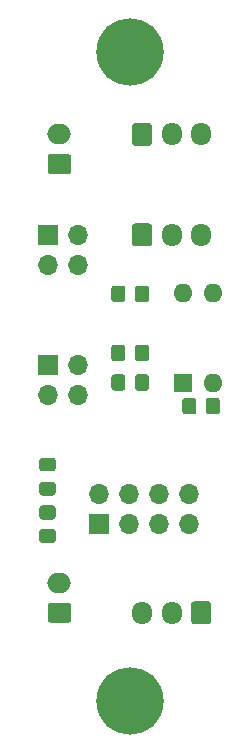
<source format=gts>
G04 #@! TF.GenerationSoftware,KiCad,Pcbnew,5.1.9+dfsg1-1*
G04 #@! TF.CreationDate,2022-11-10T16:03:50+09:00*
G04 #@! TF.ProjectId,din-photocoupler,64696e2d-7068-46f7-946f-636f75706c65,rev?*
G04 #@! TF.SameCoordinates,Original*
G04 #@! TF.FileFunction,Soldermask,Top*
G04 #@! TF.FilePolarity,Negative*
%FSLAX46Y46*%
G04 Gerber Fmt 4.6, Leading zero omitted, Abs format (unit mm)*
G04 Created by KiCad (PCBNEW 5.1.9+dfsg1-1) date 2022-11-10 16:03:50*
%MOMM*%
%LPD*%
G01*
G04 APERTURE LIST*
%ADD10C,5.700000*%
%ADD11O,2.000000X1.700000*%
%ADD12O,1.700000X1.950000*%
%ADD13R,1.700000X1.700000*%
%ADD14O,1.700000X1.700000*%
%ADD15R,1.600000X1.600000*%
%ADD16O,1.600000X1.600000*%
G04 APERTURE END LIST*
D10*
X155000000Y-115000000D03*
X155000000Y-60000000D03*
G36*
G01*
X148450001Y-97575000D02*
X147549999Y-97575000D01*
G75*
G02*
X147300000Y-97325001I0J249999D01*
G01*
X147300000Y-96674999D01*
G75*
G02*
X147549999Y-96425000I249999J0D01*
G01*
X148450001Y-96425000D01*
G75*
G02*
X148700000Y-96674999I0J-249999D01*
G01*
X148700000Y-97325001D01*
G75*
G02*
X148450001Y-97575000I-249999J0D01*
G01*
G37*
G36*
G01*
X148450001Y-95525000D02*
X147549999Y-95525000D01*
G75*
G02*
X147300000Y-95275001I0J249999D01*
G01*
X147300000Y-94624999D01*
G75*
G02*
X147549999Y-94375000I249999J0D01*
G01*
X148450001Y-94375000D01*
G75*
G02*
X148700000Y-94624999I0J-249999D01*
G01*
X148700000Y-95275001D01*
G75*
G02*
X148450001Y-95525000I-249999J0D01*
G01*
G37*
G36*
G01*
X149750000Y-108350000D02*
X148250000Y-108350000D01*
G75*
G02*
X148000000Y-108100000I0J250000D01*
G01*
X148000000Y-106900000D01*
G75*
G02*
X148250000Y-106650000I250000J0D01*
G01*
X149750000Y-106650000D01*
G75*
G02*
X150000000Y-106900000I0J-250000D01*
G01*
X150000000Y-108100000D01*
G75*
G02*
X149750000Y-108350000I-250000J0D01*
G01*
G37*
D11*
X149000000Y-105000000D03*
D12*
X156000000Y-107500000D03*
X158500000Y-107500000D03*
G36*
G01*
X161850000Y-106775000D02*
X161850000Y-108225000D01*
G75*
G02*
X161600000Y-108475000I-250000J0D01*
G01*
X160400000Y-108475000D01*
G75*
G02*
X160150000Y-108225000I0J250000D01*
G01*
X160150000Y-106775000D01*
G75*
G02*
X160400000Y-106525000I250000J0D01*
G01*
X161600000Y-106525000D01*
G75*
G02*
X161850000Y-106775000I0J-250000D01*
G01*
G37*
D13*
X152380000Y-100000000D03*
D14*
X152380000Y-97460000D03*
X154920000Y-100000000D03*
X154920000Y-97460000D03*
X157460000Y-100000000D03*
X157460000Y-97460000D03*
X160000000Y-100000000D03*
X160000000Y-97460000D03*
D13*
X148000000Y-86500000D03*
D14*
X150540000Y-86500000D03*
X148000000Y-89040000D03*
X150540000Y-89040000D03*
X150540000Y-78040000D03*
X148000000Y-78040000D03*
X150540000Y-75500000D03*
D13*
X148000000Y-75500000D03*
D11*
X149000000Y-67000000D03*
G36*
G01*
X149750000Y-70350000D02*
X148250000Y-70350000D01*
G75*
G02*
X148000000Y-70100000I0J250000D01*
G01*
X148000000Y-68900000D01*
G75*
G02*
X148250000Y-68650000I250000J0D01*
G01*
X149750000Y-68650000D01*
G75*
G02*
X150000000Y-68900000I0J-250000D01*
G01*
X150000000Y-70100000D01*
G75*
G02*
X149750000Y-70350000I-250000J0D01*
G01*
G37*
G36*
G01*
X155150000Y-67725000D02*
X155150000Y-66275000D01*
G75*
G02*
X155400000Y-66025000I250000J0D01*
G01*
X156600000Y-66025000D01*
G75*
G02*
X156850000Y-66275000I0J-250000D01*
G01*
X156850000Y-67725000D01*
G75*
G02*
X156600000Y-67975000I-250000J0D01*
G01*
X155400000Y-67975000D01*
G75*
G02*
X155150000Y-67725000I0J250000D01*
G01*
G37*
D12*
X158500000Y-67000000D03*
X161000000Y-67000000D03*
G36*
G01*
X160600000Y-89549999D02*
X160600000Y-90450001D01*
G75*
G02*
X160350001Y-90700000I-249999J0D01*
G01*
X159649999Y-90700000D01*
G75*
G02*
X159400000Y-90450001I0J249999D01*
G01*
X159400000Y-89549999D01*
G75*
G02*
X159649999Y-89300000I249999J0D01*
G01*
X160350001Y-89300000D01*
G75*
G02*
X160600000Y-89549999I0J-249999D01*
G01*
G37*
G36*
G01*
X162600000Y-89549999D02*
X162600000Y-90450001D01*
G75*
G02*
X162350001Y-90700000I-249999J0D01*
G01*
X161649999Y-90700000D01*
G75*
G02*
X161400000Y-90450001I0J249999D01*
G01*
X161400000Y-89549999D01*
G75*
G02*
X161649999Y-89300000I249999J0D01*
G01*
X162350001Y-89300000D01*
G75*
G02*
X162600000Y-89549999I0J-249999D01*
G01*
G37*
G36*
G01*
X148450001Y-101600000D02*
X147549999Y-101600000D01*
G75*
G02*
X147300000Y-101350001I0J249999D01*
G01*
X147300000Y-100649999D01*
G75*
G02*
X147549999Y-100400000I249999J0D01*
G01*
X148450001Y-100400000D01*
G75*
G02*
X148700000Y-100649999I0J-249999D01*
G01*
X148700000Y-101350001D01*
G75*
G02*
X148450001Y-101600000I-249999J0D01*
G01*
G37*
G36*
G01*
X148450001Y-99600000D02*
X147549999Y-99600000D01*
G75*
G02*
X147300000Y-99350001I0J249999D01*
G01*
X147300000Y-98649999D01*
G75*
G02*
X147549999Y-98400000I249999J0D01*
G01*
X148450001Y-98400000D01*
G75*
G02*
X148700000Y-98649999I0J-249999D01*
G01*
X148700000Y-99350001D01*
G75*
G02*
X148450001Y-99600000I-249999J0D01*
G01*
G37*
G36*
G01*
X154600000Y-87549999D02*
X154600000Y-88450001D01*
G75*
G02*
X154350001Y-88700000I-249999J0D01*
G01*
X153649999Y-88700000D01*
G75*
G02*
X153400000Y-88450001I0J249999D01*
G01*
X153400000Y-87549999D01*
G75*
G02*
X153649999Y-87300000I249999J0D01*
G01*
X154350001Y-87300000D01*
G75*
G02*
X154600000Y-87549999I0J-249999D01*
G01*
G37*
G36*
G01*
X156600000Y-87549999D02*
X156600000Y-88450001D01*
G75*
G02*
X156350001Y-88700000I-249999J0D01*
G01*
X155649999Y-88700000D01*
G75*
G02*
X155400000Y-88450001I0J249999D01*
G01*
X155400000Y-87549999D01*
G75*
G02*
X155649999Y-87300000I249999J0D01*
G01*
X156350001Y-87300000D01*
G75*
G02*
X156600000Y-87549999I0J-249999D01*
G01*
G37*
G36*
G01*
X156600000Y-85049999D02*
X156600000Y-85950001D01*
G75*
G02*
X156350001Y-86200000I-249999J0D01*
G01*
X155649999Y-86200000D01*
G75*
G02*
X155400000Y-85950001I0J249999D01*
G01*
X155400000Y-85049999D01*
G75*
G02*
X155649999Y-84800000I249999J0D01*
G01*
X156350001Y-84800000D01*
G75*
G02*
X156600000Y-85049999I0J-249999D01*
G01*
G37*
G36*
G01*
X154600000Y-85049999D02*
X154600000Y-85950001D01*
G75*
G02*
X154350001Y-86200000I-249999J0D01*
G01*
X153649999Y-86200000D01*
G75*
G02*
X153400000Y-85950001I0J249999D01*
G01*
X153400000Y-85049999D01*
G75*
G02*
X153649999Y-84800000I249999J0D01*
G01*
X154350001Y-84800000D01*
G75*
G02*
X154600000Y-85049999I0J-249999D01*
G01*
G37*
G36*
G01*
X153400000Y-80950001D02*
X153400000Y-80049999D01*
G75*
G02*
X153649999Y-79800000I249999J0D01*
G01*
X154350001Y-79800000D01*
G75*
G02*
X154600000Y-80049999I0J-249999D01*
G01*
X154600000Y-80950001D01*
G75*
G02*
X154350001Y-81200000I-249999J0D01*
G01*
X153649999Y-81200000D01*
G75*
G02*
X153400000Y-80950001I0J249999D01*
G01*
G37*
G36*
G01*
X155400000Y-80950001D02*
X155400000Y-80049999D01*
G75*
G02*
X155649999Y-79800000I249999J0D01*
G01*
X156350001Y-79800000D01*
G75*
G02*
X156600000Y-80049999I0J-249999D01*
G01*
X156600000Y-80950001D01*
G75*
G02*
X156350001Y-81200000I-249999J0D01*
G01*
X155649999Y-81200000D01*
G75*
G02*
X155400000Y-80950001I0J249999D01*
G01*
G37*
D15*
X159460000Y-88000000D03*
D16*
X162000000Y-80380000D03*
X162000000Y-88000000D03*
X159460000Y-80380000D03*
G36*
G01*
X155150000Y-76225000D02*
X155150000Y-74775000D01*
G75*
G02*
X155400000Y-74525000I250000J0D01*
G01*
X156600000Y-74525000D01*
G75*
G02*
X156850000Y-74775000I0J-250000D01*
G01*
X156850000Y-76225000D01*
G75*
G02*
X156600000Y-76475000I-250000J0D01*
G01*
X155400000Y-76475000D01*
G75*
G02*
X155150000Y-76225000I0J250000D01*
G01*
G37*
D12*
X158500000Y-75500000D03*
X161000000Y-75500000D03*
M02*

</source>
